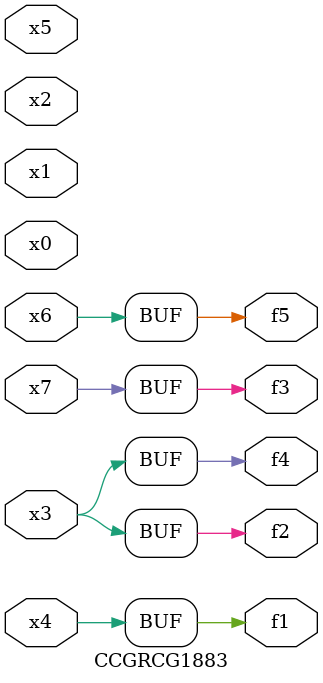
<source format=v>
module CCGRCG1883(
	input x0, x1, x2, x3, x4, x5, x6, x7,
	output f1, f2, f3, f4, f5
);
	assign f1 = x4;
	assign f2 = x3;
	assign f3 = x7;
	assign f4 = x3;
	assign f5 = x6;
endmodule

</source>
